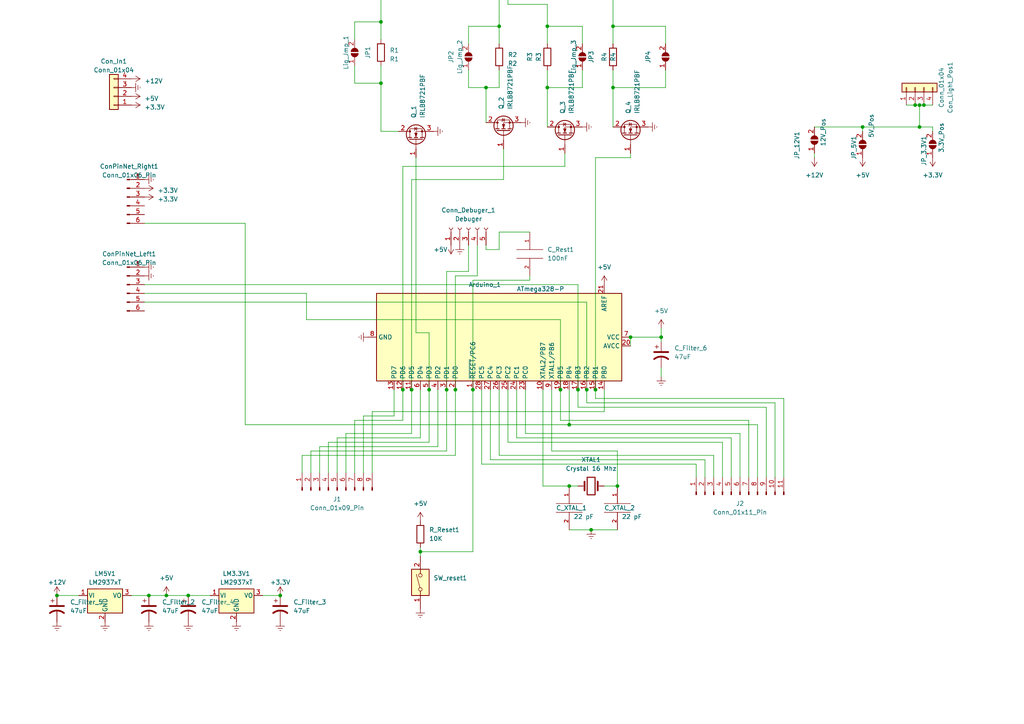
<source format=kicad_sch>
(kicad_sch (version 20230121) (generator eeschema)
  (paper "A4")
  (lib_symbols
    (symbol "Connector:Conn_01x05_Female" (pin_names (offset 1.016) hide)
      (property "Reference" "J" (at 0 7.62 0))
      (property "Value" "Conn_01x05_Female" (at 0 -7.62 0))
      (symbol "Conn_01x05_Female_1_1"
        (arc (start 0 -4.572) (mid -0.5058 -5.08) (end 0 -5.588) (stroke (width 0.1524)))
        (arc (start 0 -2.032) (mid -0.5058 -2.54) (end 0 -3.048) (stroke (width 0.1524)))
        (polyline (pts (xy -1.27 -5.08) (xy -0.508 -5.08)) (stroke (width 0.1524)))
        (polyline (pts (xy -1.27 -2.54) (xy -0.508 -2.54)) (stroke (width 0.1524)))
        (polyline (pts (xy -1.27 0) (xy -0.508 0)) (stroke (width 0.1524)))
        (polyline (pts (xy -1.27 2.54) (xy -0.508 2.54)) (stroke (width 0.1524)))
        (polyline (pts (xy -1.27 5.08) (xy -0.508 5.08)) (stroke (width 0.1524)))
        (arc (start 0 0.508) (mid -0.5058 0) (end 0 -0.508) (stroke (width 0.1524)))
        (arc (start 0 3.048) (mid -0.5058 2.54) (end 0 2.032) (stroke (width 0.1524)))
        (arc (start 0 5.588) (mid -0.5058 5.08) (end 0 4.572) (stroke (width 0.1524)))
        (pin passive line (at -5.08 5.08 0) (length 3.81) (name "Pin_1") (number "1"))
        (pin passive line (at -5.08 2.54 0) (length 3.81) (name "Pin_2") (number "2"))
        (pin passive line (at -5.08 0 0) (length 3.81) (name "Pin_3") (number "3"))
        (pin passive line (at -5.08 -2.54 0) (length 3.81) (name "Pin_4") (number "4"))
        (pin passive line (at -5.08 -5.08 0) (length 3.81) (name "Pin_5") (number "5"))
      )
    )
    (symbol "Connector:Conn_01x06_Pin" (pin_names (offset 1.016) hide)
      (property "Reference" "J" (at 0 7.62 0))
      (property "Value" "Conn_01x06_Pin" (at 0 -10.16 0))
      (symbol "Conn_01x06_Pin_1_1"
        (polyline (pts (xy 1.27 -7.62) (xy 0.8636 -7.62)) (stroke (width 0.1524)))
        (polyline (pts (xy 1.27 -5.08) (xy 0.8636 -5.08)) (stroke (width 0.1524)))
        (polyline (pts (xy 1.27 -2.54) (xy 0.8636 -2.54)) (stroke (width 0.1524)))
        (polyline (pts (xy 1.27 0) (xy 0.8636 0)) (stroke (width 0.1524)))
        (polyline (pts (xy 1.27 2.54) (xy 0.8636 2.54)) (stroke (width 0.1524)))
        (polyline (pts (xy 1.27 5.08) (xy 0.8636 5.08)) (stroke (width 0.1524)))
        (rectangle (start 0.8636 -7.493) (end 0 -7.747) (stroke (width 0.1524)) (fill (type outline)))
        (rectangle (start 0.8636 -4.953) (end 0 -5.207) (stroke (width 0.1524)) (fill (type outline)))
        (rectangle (start 0.8636 -2.413) (end 0 -2.667) (stroke (width 0.1524)) (fill (type outline)))
        (rectangle (start 0.8636 0.127) (end 0 -0.127) (stroke (width 0.1524)) (fill (type outline)))
        (rectangle (start 0.8636 2.667) (end 0 2.413) (stroke (width 0.1524)) (fill (type outline)))
        (rectangle (start 0.8636 5.207) (end 0 4.953) (stroke (width 0.1524)) (fill (type outline)))
        (pin passive line (at 5.08 5.08 180) (length 3.81) (name "Pin_1") (number "1"))
        (pin passive line (at 5.08 2.54 180) (length 3.81) (name "Pin_2") (number "2"))
        (pin passive line (at 5.08 0 180) (length 3.81) (name "Pin_3") (number "3"))
        (pin passive line (at 5.08 -2.54 180) (length 3.81) (name "Pin_4") (number "4"))
        (pin passive line (at 5.08 -5.08 180) (length 3.81) (name "Pin_5") (number "5"))
        (pin passive line (at 5.08 -7.62 180) (length 3.81) (name "Pin_6") (number "6"))
      )
    )
    (symbol "Connector:Conn_01x09_Pin" (pin_names (offset 1.016) hide)
      (property "Reference" "J" (at 0 12.7 0))
      (property "Value" "Conn_01x09_Pin" (at 0 -12.7 0))
      (symbol "Conn_01x09_Pin_1_1"
        (polyline (pts (xy 1.27 -10.16) (xy 0.8636 -10.16)) (stroke (width 0.1524)))
        (polyline (pts (xy 1.27 -7.62) (xy 0.8636 -7.62)) (stroke (width 0.1524)))
        (polyline (pts (xy 1.27 -5.08) (xy 0.8636 -5.08)) (stroke (width 0.1524)))
        (polyline (pts (xy 1.27 -2.54) (xy 0.8636 -2.54)) (stroke (width 0.1524)))
        (polyline (pts (xy 1.27 0) (xy 0.8636 0)) (stroke (width 0.1524)))
        (polyline (pts (xy 1.27 2.54) (xy 0.8636 2.54)) (stroke (width 0.1524)))
        (polyline (pts (xy 1.27 5.08) (xy 0.8636 5.08)) (stroke (width 0.1524)))
        (polyline (pts (xy 1.27 7.62) (xy 0.8636 7.62)) (stroke (width 0.1524)))
        (polyline (pts (xy 1.27 10.16) (xy 0.8636 10.16)) (stroke (width 0.1524)))
        (rectangle (start 0.8636 -10.033) (end 0 -10.287) (stroke (width 0.1524)) (fill (type outline)))
        (rectangle (start 0.8636 -7.493) (end 0 -7.747) (stroke (width 0.1524)) (fill (type outline)))
        (rectangle (start 0.8636 -4.953) (end 0 -5.207) (stroke (width 0.1524)) (fill (type outline)))
        (rectangle (start 0.8636 -2.413) (end 0 -2.667) (stroke (width 0.1524)) (fill (type outline)))
        (rectangle (start 0.8636 0.127) (end 0 -0.127) (stroke (width 0.1524)) (fill (type outline)))
        (rectangle (start 0.8636 2.667) (end 0 2.413) (stroke (width 0.1524)) (fill (type outline)))
        (rectangle (start 0.8636 5.207) (end 0 4.953) (stroke (width 0.1524)) (fill (type outline)))
        (rectangle (start 0.8636 7.747) (end 0 7.493) (stroke (width 0.1524)) (fill (type outline)))
        (rectangle (start 0.8636 10.287) (end 0 10.033) (stroke (width 0.1524)) (fill (type outline)))
        (pin passive line (at 5.08 10.16 180) (length 3.81) (name "Pin_1") (number "1"))
        (pin passive line (at 5.08 7.62 180) (length 3.81) (name "Pin_2") (number "2"))
        (pin passive line (at 5.08 5.08 180) (length 3.81) (name "Pin_3") (number "3"))
        (pin passive line (at 5.08 2.54 180) (length 3.81) (name "Pin_4") (number "4"))
        (pin passive line (at 5.08 0 180) (length 3.81) (name "Pin_5") (number "5"))
        (pin passive line (at 5.08 -2.54 180) (length 3.81) (name "Pin_6") (number "6"))
        (pin passive line (at 5.08 -5.08 180) (length 3.81) (name "Pin_7") (number "7"))
        (pin passive line (at 5.08 -7.62 180) (length 3.81) (name "Pin_8") (number "8"))
        (pin passive line (at 5.08 -10.16 180) (length 3.81) (name "Pin_9") (number "9"))
      )
    )
    (symbol "Connector:Conn_01x11_Pin" (pin_names (offset 1.016) hide)
      (property "Reference" "J" (at 0 15.24 0))
      (property "Value" "Conn_01x11_Pin" (at 0 -15.24 0))
      (symbol "Conn_01x11_Pin_1_1"
        (polyline (pts (xy 1.27 -12.7) (xy 0.8636 -12.7)) (stroke (width 0.1524)))
        (polyline (pts (xy 1.27 -10.16) (xy 0.8636 -10.16)) (stroke (width 0.1524)))
        (polyline (pts (xy 1.27 -7.62) (xy 0.8636 -7.62)) (stroke (width 0.1524)))
        (polyline (pts (xy 1.27 -5.08) (xy 0.8636 -5.08)) (stroke (width 0.1524)))
        (polyline (pts (xy 1.27 -2.54) (xy 0.8636 -2.54)) (stroke (width 0.1524)))
        (polyline (pts (xy 1.27 0) (xy 0.8636 0)) (stroke (width 0.1524)))
        (polyline (pts (xy 1.27 2.54) (xy 0.8636 2.54)) (stroke (width 0.1524)))
        (polyline (pts (xy 1.27 5.08) (xy 0.8636 5.08)) (stroke (width 0.1524)))
        (polyline (pts (xy 1.27 7.62) (xy 0.8636 7.62)) (stroke (width 0.1524)))
        (polyline (pts (xy 1.27 10.16) (xy 0.8636 10.16)) (stroke (width 0.1524)))
        (polyline (pts (xy 1.27 12.7) (xy 0.8636 12.7)) (stroke (width 0.1524)))
        (rectangle (start 0.8636 -12.573) (end 0 -12.827) (stroke (width 0.1524)) (fill (type outline)))
        (rectangle (start 0.8636 -10.033) (end 0 -10.287) (stroke (width 0.1524)) (fill (type outline)))
        (rectangle (start 0.8636 -7.493) (end 0 -7.747) (stroke (width 0.1524)) (fill (type outline)))
        (rectangle (start 0.8636 -4.953) (end 0 -5.207) (stroke (width 0.1524)) (fill (type outline)))
        (rectangle (start 0.8636 -2.413) (end 0 -2.667) (stroke (width 0.1524)) (fill (type outline)))
        (rectangle (start 0.8636 0.127) (end 0 -0.127) (stroke (width 0.1524)) (fill (type outline)))
        (rectangle (start 0.8636 2.667) (end 0 2.413) (stroke (width 0.1524)) (fill (type outline)))
        (rectangle (start 0.8636 5.207) (end 0 4.953) (stroke (width 0.1524)) (fill (type outline)))
        (rectangle (start 0.8636 7.747) (end 0 7.493) (stroke (width 0.1524)) (fill (type outline)))
        (rectangle (start 0.8636 10.287) (end 0 10.033) (stroke (width 0.1524)) (fill (type outline)))
        (rectangle (start 0.8636 12.827) (end 0 12.573) (stroke (width 0.1524)) (fill (type outline)))
        (pin passive line (at 5.08 12.7 180) (length 3.81) (name "Pin_1") (number "1"))
        (pin passive line (at 5.08 -10.16 180) (length 3.81) (name "Pin_10") (number "10"))
        (pin passive line (at 5.08 -12.7 180) (length 3.81) (name "Pin_11") (number "11"))
        (pin passive line (at 5.08 10.16 180) (length 3.81) (name "Pin_2") (number "2"))
        (pin passive line (at 5.08 7.62 180) (length 3.81) (name "Pin_3") (number "3"))
        (pin passive line (at 5.08 5.08 180) (length 3.81) (name "Pin_4") (number "4"))
        (pin passive line (at 5.08 2.54 180) (length 3.81) (name "Pin_5") (number "5"))
        (pin passive line (at 5.08 0 180) (length 3.81) (name "Pin_6") (number "6"))
        (pin passive line (at 5.08 -2.54 180) (length 3.81) (name "Pin_7") (number "7"))
        (pin passive line (at 5.08 -5.08 180) (length 3.81) (name "Pin_8") (number "8"))
        (pin passive line (at 5.08 -7.62 180) (length 3.81) (name "Pin_9") (number "9"))
      )
    )
    (symbol "Connector_Generic:Conn_01x04" (pin_names (offset 1.016) hide)
      (property "Reference" "J" (at 0 5.08 0))
      (property "Value" "Conn_01x04" (at 0 -7.62 0))
      (symbol "Conn_01x04_1_1"
        (rectangle (start -1.27 -4.953) (end 0 -5.207) (stroke (width 0.1524)))
        (rectangle (start -1.27 -2.413) (end 0 -2.667) (stroke (width 0.1524)))
        (rectangle (start -1.27 0.127) (end 0 -0.127) (stroke (width 0.1524)))
        (rectangle (start -1.27 2.667) (end 0 2.413) (stroke (width 0.1524)))
        (rectangle (start -1.27 3.81) (end 1.27 -6.35) (stroke (width 0.254)) (fill (type background)))
        (pin passive line (at -5.08 2.54 0) (length 3.81) (name "Pin_1") (number "1"))
        (pin passive line (at -5.08 0 0) (length 3.81) (name "Pin_2") (number "2"))
        (pin passive line (at -5.08 -2.54 0) (length 3.81) (name "Pin_3") (number "3"))
        (pin passive line (at -5.08 -5.08 0) (length 3.81) (name "Pin_4") (number "4"))
      )
    )
    (symbol "Device:C_Polarized_US" (pin_numbers hide) (pin_names (offset 0.254) hide)
      (property "Reference" "C" (at 0.635 2.54 0))
      (property "Value" "C_Polarized_US" (at 0.635 -2.54 0))
      (symbol "C_Polarized_US_0_1"
        (polyline (pts (xy -2.032 0.762) (xy 2.032 0.762)) (stroke (width 0.508)))
        (polyline (pts (xy -1.778 2.286) (xy -0.762 2.286)))
        (polyline (pts (xy -1.27 1.778) (xy -1.27 2.794)))
        (arc (start 2.032 -1.27) (mid 0 -0.5572) (end -2.032 -1.27) (stroke (width 0.508)))
      )
      (symbol "C_Polarized_US_1_1"
        (pin passive line (at 0 3.81 270) (length 2.794) (name "~") (number "1"))
        (pin passive line (at 0 -3.81 90) (length 3.302) (name "~") (number "2"))
      )
    )
    (symbol "Device:Crystal" (pin_numbers hide) (pin_names (offset 1.016) hide)
      (property "Reference" "Y" (at 0 3.81 0))
      (property "Value" "Crystal" (at 0 -3.81 0))
      (symbol "Crystal_0_1"
        (rectangle (start -1.143 2.54) (end 1.143 -2.54) (stroke (width 0.3048)))
        (polyline (pts (xy -2.54 0) (xy -1.905 0)))
        (polyline (pts (xy -1.905 -1.27) (xy -1.905 1.27)) (stroke (width 0.508)))
        (polyline (pts (xy 1.905 -1.27) (xy 1.905 1.27)) (stroke (width 0.508)))
        (polyline (pts (xy 2.54 0) (xy 1.905 0)))
      )
      (symbol "Crystal_1_1"
        (pin passive line (at -3.81 0 0) (length 1.27) (name "1") (number "1"))
        (pin passive line (at 3.81 0 180) (length 1.27) (name "2") (number "2"))
      )
    )
    (symbol "Device:R" (pin_numbers hide) (pin_names (offset 0))
      (property "Reference" "R" (at 2.032 0 90))
      (property "Value" "R" (at 0 0 90))
      (symbol "R_0_1"
        (rectangle (start -1.016 -2.54) (end 1.016 2.54) (stroke (width 0.254)))
      )
      (symbol "R_1_1"
        (pin passive line (at 0 3.81 270) (length 1.27) (name "~") (number "1"))
        (pin passive line (at 0 -3.81 90) (length 1.27) (name "~") (number "2"))
      )
    )
    (symbol "Jumper:SolderJumper_2_Open" (pin_names (offset 0) hide)
      (property "Reference" "JP" (at 0 2.032 0))
      (property "Value" "SolderJumper_2_Open" (at 0 -2.54 0))
      (symbol "SolderJumper_2_Open_0_1"
        (arc (start -0.254 1.016) (mid -1.2656 0) (end -0.254 -1.016))
        (arc (start -0.254 1.016) (mid -1.2656 0) (end -0.254 -1.016) (fill (type outline)))
        (polyline (pts (xy -0.254 1.016) (xy -0.254 -1.016)))
        (polyline (pts (xy 0.254 1.016) (xy 0.254 -1.016)))
        (arc (start 0.254 -1.016) (mid 1.2656 0) (end 0.254 1.016))
        (arc (start 0.254 -1.016) (mid 1.2656 0) (end 0.254 1.016) (fill (type outline)))
      )
      (symbol "SolderJumper_2_Open_1_1"
        (pin passive line (at -3.81 0 0) (length 2.54) (name "A") (number "1"))
        (pin passive line (at 3.81 0 180) (length 2.54) (name "B") (number "2"))
      )
    )
    (symbol "MCU_Microchip_ATmega:ATmega328-P"
      (property "Reference" "U" (at -12.7 36.83 0))
      (property "Value" "ATmega328-P" (at 2.54 -36.83 0))
      (symbol "ATmega328-P_0_1"
        (rectangle (start -12.7 -35.56) (end 12.7 35.56) (stroke (width 0.254)) (fill (type background)))
      )
      (symbol "ATmega328-P_1_1"
        (pin bidirectional line (at 15.24 -7.62 180) (length 2.54) (name "~{RESET}/PC6") (number "1"))
        (pin bidirectional line (at 15.24 12.7 180) (length 2.54) (name "XTAL2/PB7") (number "10"))
        (pin bidirectional line (at 15.24 -25.4 180) (length 2.54) (name "PD5") (number "11"))
        (pin bidirectional line (at 15.24 -27.94 180) (length 2.54) (name "PD6") (number "12"))
        (pin bidirectional line (at 15.24 -30.48 180) (length 2.54) (name "PD7") (number "13"))
        (pin bidirectional line (at 15.24 30.48 180) (length 2.54) (name "PB0") (number "14"))
        (pin bidirectional line (at 15.24 27.94 180) (length 2.54) (name "PB1") (number "15"))
        (pin bidirectional line (at 15.24 25.4 180) (length 2.54) (name "PB2") (number "16"))
        (pin bidirectional line (at 15.24 22.86 180) (length 2.54) (name "PB3") (number "17"))
        (pin bidirectional line (at 15.24 20.32 180) (length 2.54) (name "PB4") (number "18"))
        (pin bidirectional line (at 15.24 17.78 180) (length 2.54) (name "PB5") (number "19"))
        (pin bidirectional line (at 15.24 -12.7 180) (length 2.54) (name "PD0") (number "2"))
        (pin power_in line (at 2.54 38.1 270) (length 2.54) (name "AVCC") (number "20"))
        (pin passive line (at -15.24 30.48 0) (length 2.54) (name "AREF") (number "21"))
        (pin passive line (at 0 -38.1 90) (length 2.54) hide (name "GND") (number "22"))
        (pin bidirectional line (at 15.24 7.62 180) (length 2.54) (name "PC0") (number "23"))
        (pin bidirectional line (at 15.24 5.08 180) (length 2.54) (name "PC1") (number "24"))
        (pin bidirectional line (at 15.24 2.54 180) (length 2.54) (name "PC2") (number "25"))
        (pin bidirectional line (at 15.24 0 180) (length 2.54) (name "PC3") (number "26"))
        (pin bidirectional line (at 15.24 -2.54 180) (length 2.54) (name "PC4") (number "27"))
        (pin bidirectional line (at 15.24 -5.08 180) (length 2.54) (name "PC5") (number "28"))
        (pin bidirectional line (at 15.24 -15.24 180) (length 2.54) (name "PD1") (number "3"))
        (pin bidirectional line (at 15.24 -17.78 180) (length 2.54) (name "PD2") (number "4"))
        (pin bidirectional line (at 15.24 -20.32 180) (length 2.54) (name "PD3") (number "5"))
        (pin bidirectional line (at 15.24 -22.86 180) (length 2.54) (name "PD4") (number "6"))
        (pin power_in line (at 0 38.1 270) (length 2.54) (name "VCC") (number "7"))
        (pin power_in line (at 0 -38.1 90) (length 2.54) (name "GND") (number "8"))
        (pin bidirectional line (at 15.24 15.24 180) (length 2.54) (name "XTAL1/PB6") (number "9"))
      )
    )
    (symbol "Regulator_Linear:LM2937xT" (pin_names (offset 0.254))
      (property "Reference" "U" (at -3.81 3.175 0))
      (property "Value" "LM2937xT" (at 0 3.175 0))
      (symbol "LM2937xT_0_1"
        (rectangle (start -5.08 1.905) (end 5.08 -5.08) (stroke (width 0.254)) (fill (type background)))
      )
      (symbol "LM2937xT_1_1"
        (pin power_in line (at -7.62 0 0) (length 2.54) (name "VI") (number "1"))
        (pin power_in line (at 0 -7.62 90) (length 2.54) (name "GND") (number "2"))
        (pin power_out line (at 7.62 0 180) (length 2.54) (name "VO") (number "3"))
      )
    )
    (symbol "Switch:SW_DIP_x01" (pin_names (offset 0) hide)
      (property "Reference" "SW" (at 0 3.81 0))
      (property "Value" "SW_DIP_x01" (at 0 -3.81 0))
      (symbol "SW_DIP_x01_0_0"
        (circle (center -2.032 0) (radius 0.508))
        (polyline (pts (xy -1.524 0.127) (xy 2.3622 1.1684)))
        (circle (center 2.032 0) (radius 0.508))
      )
      (symbol "SW_DIP_x01_0_1"
        (rectangle (start -3.81 2.54) (end 3.81 -2.54) (stroke (width 0.254)) (fill (type background)))
      )
      (symbol "SW_DIP_x01_1_1"
        (pin passive line (at -7.62 0 0) (length 5.08) (name "~") (number "1"))
        (pin passive line (at 7.62 0 180) (length 5.08) (name "~") (number "2"))
      )
    )
    (symbol "Transistor_FET:IRLB8721PBF" (pin_names hide)
      (property "Reference" "Q" (at 6.35 1.905 0))
      (property "Value" "IRLB8721PBF" (at 6.35 0 0))
      (symbol "IRLB8721PBF_0_1"
        (polyline (pts (xy 0.254 0) (xy -2.54 0)))
        (polyline (pts (xy 0.254 1.905) (xy 0.254 -1.905)) (stroke (width 0.254)))
        (polyline (pts (xy 0.762 -1.27) (xy 0.762 -2.286)) (stroke (width 0.254)))
        (polyline (pts (xy 0.762 0.508) (xy 0.762 -0.508)) (stroke (width 0.254)))
        (polyline (pts (xy 0.762 2.286) (xy 0.762 1.27)) (stroke (width 0.254)))
        (polyline (pts (xy 2.54 2.54) (xy 2.54 1.778)))
        (polyline (pts (xy 2.54 -2.54) (xy 2.54 0) (xy 0.762 0)))
        (polyline (pts (xy 0.762 -1.778) (xy 3.302 -1.778) (xy 3.302 1.778) (xy 0.762 1.778)))
        (polyline (pts (xy 1.016 0) (xy 2.032 0.381) (xy 2.032 -0.381) (xy 1.016 0)) (fill (type outline)))
        (polyline (pts (xy 2.794 0.508) (xy 2.921 0.381) (xy 3.683 0.381) (xy 3.81 0.254)))
        (polyline (pts (xy 3.302 0.381) (xy 2.921 -0.254) (xy 3.683 -0.254) (xy 3.302 0.381)))
        (circle (center 1.651 0) (radius 2.794) (stroke (width 0.254)))
        (circle (center 2.54 -1.778) (radius 0.254) (fill (type outline)))
        (circle (center 2.54 1.778) (radius 0.254) (fill (type outline)))
      )
      (symbol "IRLB8721PBF_1_1"
        (pin input line (at -5.08 0 0) (length 2.54) (name "G") (number "1"))
        (pin passive line (at 2.54 5.08 270) (length 2.54) (name "D") (number "2"))
        (pin passive line (at 2.54 -5.08 90) (length 2.54) (name "S") (number "3"))
      )
    )
    (symbol "power:+12V" (power) (pin_names (offset 0))
      (property "Value" "+12V" (at 0 3.556 0))
      (symbol "+12V_0_1"
        (polyline (pts (xy -0.762 1.27) (xy 0 2.54)))
        (polyline (pts (xy 0 0) (xy 0 2.54)))
        (polyline (pts (xy 0 2.54) (xy 0.762 1.27)))
      )
      (symbol "+12V_1_1"
        (pin power_in line (at 0 0 90) (length 0) hide (name "+12V") (number "1"))
      )
    )
    (symbol "power:+3.3V" (power) (pin_names (offset 0))
      (property "Value" "+3.3V" (at 0 3.556 0))
      (symbol "+3.3V_0_1"
        (polyline (pts (xy -0.762 1.27) (xy 0 2.54)))
        (polyline (pts (xy 0 0) (xy 0 2.54)))
        (polyline (pts (xy 0 2.54) (xy 0.762 1.27)))
      )
      (symbol "+3.3V_1_1"
        (pin power_in line (at 0 0 90) (length 0) hide (name "+3.3V") (number "1"))
      )
    )
    (symbol "power:+5V" (power) (pin_names (offset 0))
      (property "Value" "+5V" (at 0 3.556 0))
      (symbol "+5V_0_1"
        (polyline (pts (xy -0.762 1.27) (xy 0 2.54)))
        (polyline (pts (xy 0 0) (xy 0 2.54)))
        (polyline (pts (xy 0 2.54) (xy 0.762 1.27)))
      )
      (symbol "+5V_1_1"
        (pin power_in line (at 0 0 90) (length 0) hide (name "+5V") (number "1"))
      )
    )
    (symbol "power:Earth" (power) (pin_names (offset 0))
      (symbol "Earth_0_1"
        (polyline (pts (xy -0.635 -1.905) (xy 0.635 -1.905)))
        (polyline (pts (xy -0.127 -2.54) (xy 0.127 -2.54)))
        (polyline (pts (xy 0 -1.27) (xy 0 0)))
        (polyline (pts (xy 1.27 -1.27) (xy -1.27 -1.27)))
      )
      (symbol "Earth_1_1"
        (pin power_in line (at 0 0 270) (length 0) hide (name "Earth") (number "1"))
      )
    )
    (symbol "pspice:C" (pin_names (offset 0.254))
      (property "Reference" "C" (at 2.54 3.81 90))
      (property "Value" "C" (at 2.54 -3.81 90))
      (symbol "C_0_1"
        (polyline (pts (xy -3.81 -1.27) (xy 3.81 -1.27)))
        (polyline (pts (xy -3.81 1.27) (xy 3.81 1.27)))
      )
      (symbol "C_1_1"
        (pin passive line (at 0 6.35 270) (length 5.08) (name "~") (number "1"))
        (pin passive line (at 0 -6.35 90) (length 5.08) (name "~") (number "2"))
      )
    )
    (symbol "pspice:CAP" (pin_names (offset 0.254))
      (property "Reference" "C" (at 2.54 3.81 90))
      (property "Value" "CAP" (at 2.54 -3.81 90))
      (symbol "CAP_0_1"
        (polyline (pts (xy -3.81 -1.27) (xy 3.81 -1.27)))
        (polyline (pts (xy -3.81 1.27) (xy 3.81 1.27)))
      )
      (symbol "CAP_1_1"
        (pin passive line (at 0 6.35 270) (length 5.08) (name "~") (number "1"))
        (pin passive line (at 0 -6.35 90) (length 5.08) (name "~") (number "2"))
      )
    )
  )
  (junction (at 81.28 172.72))
  (junction (at 250.19 36.83))
  (junction (at 177.8 7.62))
  (junction (at 132.08 113.03))
  (junction (at 162.56 113.03))
  (junction (at 43.18 172.72))
  (junction (at 165.1 123.19))
  (junction (at 165.1 140.97))
  (junction (at 121.92 160.02))
  (junction (at 170.18 113.03))
  (junction (at 179.07 140.97))
  (junction (at 140.97 25.4))
  (junction (at 172.72 113.03))
  (junction (at 119.38 113.03))
  (junction (at 129.54 113.03))
  (junction (at 171.45 153.67))
  (junction (at 116.84 113.03))
  (junction (at 144.78 7.62))
  (junction (at 158.75 7.62))
  (junction (at 54.61 172.72))
  (junction (at 266.7 30.48))
  (junction (at 16.51 172.72))
  (junction (at 158.75 25.4))
  (junction (at 182.88 97.79))
  (junction (at 124.46 113.03))
  (junction (at 110.49 24.13))
  (junction (at 48.26 172.72))
  (junction (at 191.77 97.79))
  (junction (at 265.43 30.48))
  (junction (at 167.64 113.03))
  (junction (at 177.8 25.4))
  (junction (at 266.7 36.83))
  (junction (at 137.16 113.03))
  (junction (at 110.49 6.35))
  (junction (at 267.97 30.48))
  (wire (pts (xy 142.24 133.35) (xy 204.47 133.35)))
  (wire (pts (xy 157.48 140.97) (xy 165.1 140.97)))
  (wire (pts (xy 177.8 7.62) (xy 193.04 7.62)))
  (wire (pts (xy 132.08 80.01) (xy 138.43 80.01)))
  (wire (pts (xy 144.78 132.08) (xy 207.01 132.08)))
  (wire (pts (xy 179.07 130.81) (xy 179.07 140.97)))
  (wire (pts (xy 147.32 1.27) (xy 147.32 -2.54)))
  (wire (pts (xy 97.79 137.16) (xy 97.79 127)))
  (wire (pts (xy 90.17 137.16) (xy 90.17 130.81)))
  (wire (pts (xy 152.4 113.03) (xy 152.4 125.73)))
  (wire (pts (xy 87.63 137.16) (xy 87.63 132.08)))
  (wire (pts (xy 177.8 36.83) (xy 177.8 25.4)))
  (wire (pts (xy 87.63 132.08) (xy 132.08 132.08)))
  (wire (pts (xy 100.33 125.73) (xy 119.38 125.73)))
  (wire (pts (xy 170.18 113.03) (xy 170.18 116.84)))
  (wire (pts (xy 144.78 7.62) (xy 144.78 -2.54)))
  (wire (pts (xy 182.88 97.79) (xy 182.88 100.33)))
  (wire (pts (xy 175.26 119.38) (xy 175.26 113.03)))
  (wire (pts (xy 110.49 38.1) (xy 110.49 24.13)))
  (wire (pts (xy 267.97 30.48) (xy 270.51 30.48)))
  (wire (pts (xy 142.24 113.03) (xy 142.24 133.35)))
  (wire (pts (xy 110.49 11.43) (xy 110.49 6.35)))
  (wire (pts (xy 144.78 25.4) (xy 144.78 20.32)))
  (wire (pts (xy 41.91 87.63) (xy 170.18 87.63)))
  (wire (pts (xy 95.25 128.27) (xy 124.46 128.27)))
  (wire (pts (xy 38.1 172.72) (xy 43.18 172.72)))
  (wire (pts (xy 236.22 36.83) (xy 250.19 36.83)))
  (wire (pts (xy 138.43 80.01) (xy 138.43 71.12)))
  (wire (pts (xy 132.08 132.08) (xy 132.08 113.03)))
  (wire (pts (xy 110.49 6.35) (xy 110.49 -2.54)))
  (wire (pts (xy 167.64 118.11) (xy 222.25 118.11)))
  (wire (pts (xy 110.49 24.13) (xy 110.49 19.05)))
  (wire (pts (xy 250.19 36.83) (xy 250.19 38.1)))
  (wire (pts (xy 119.38 113.03) (xy 119.38 52.07)))
  (wire (pts (xy 262.89 30.48) (xy 265.43 30.48)))
  (wire (pts (xy 41.91 85.09) (xy 88.9 85.09)))
  (wire (pts (xy 147.32 128.27) (xy 209.55 128.27)))
  (wire (pts (xy 212.09 127) (xy 212.09 138.43)))
  (wire (pts (xy 170.18 116.84) (xy 224.79 116.84)))
  (wire (pts (xy 92.71 129.54) (xy 127 129.54)))
  (wire (pts (xy 191.77 106.68) (xy 191.77 109.22)))
  (wire (pts (xy 168.91 25.4) (xy 168.91 20.32)))
  (wire (pts (xy 201.93 134.62) (xy 201.93 138.43)))
  (wire (pts (xy 163.83 44.45) (xy 163.83 48.26)))
  (wire (pts (xy 48.26 172.72) (xy 54.61 172.72)))
  (wire (pts (xy 135.89 78.74) (xy 135.89 71.12)))
  (wire (pts (xy 266.7 30.48) (xy 267.97 30.48)))
  (wire (pts (xy 105.41 120.65) (xy 114.3 120.65)))
  (wire (pts (xy 110.49 -2.54) (xy 142.24 -2.54)))
  (wire (pts (xy 135.89 25.4) (xy 135.89 20.32)))
  (wire (pts (xy 158.75 12.7) (xy 158.75 7.62)))
  (wire (pts (xy 227.33 115.57) (xy 172.72 115.57)))
  (wire (pts (xy 137.16 113.03) (xy 137.16 81.28)))
  (wire (pts (xy 16.51 172.72) (xy 22.86 172.72)))
  (wire (pts (xy 105.41 137.16) (xy 105.41 120.65)))
  (wire (pts (xy 76.2 172.72) (xy 81.28 172.72)))
  (wire (pts (xy 266.7 30.48) (xy 266.7 36.83)))
  (wire (pts (xy 119.38 113.03) (xy 119.38 125.73)))
  (wire (pts (xy 129.54 78.74) (xy 135.89 78.74)))
  (wire (pts (xy 110.49 24.13) (xy 102.87 24.13)))
  (wire (pts (xy 144.78 113.03) (xy 144.78 132.08)))
  (wire (pts (xy 165.1 123.19) (xy 71.12 123.19)))
  (wire (pts (xy 167.64 113.03) (xy 167.64 118.11)))
  (wire (pts (xy 116.84 121.92) (xy 116.84 113.03)))
  (wire (pts (xy 97.79 127) (xy 121.92 127)))
  (wire (pts (xy 135.89 25.4) (xy 140.97 25.4)))
  (wire (pts (xy 165.1 113.03) (xy 165.1 123.19)))
  (wire (pts (xy 90.17 130.81) (xy 129.54 130.81)))
  (wire (pts (xy 219.71 123.19) (xy 219.71 138.43)))
  (wire (pts (xy 135.89 12.7) (xy 135.89 7.62)))
  (wire (pts (xy 114.3 120.65) (xy 114.3 113.03)))
  (wire (pts (xy 158.75 36.83) (xy 158.75 25.4)))
  (wire (pts (xy 140.97 35.56) (xy 140.97 25.4)))
  (wire (pts (xy 193.04 12.7) (xy 193.04 7.62)))
  (wire (pts (xy 177.8 12.7) (xy 177.8 7.62)))
  (wire (pts (xy 121.92 160.02) (xy 121.92 161.29)))
  (wire (pts (xy 170.18 87.63) (xy 170.18 113.03)))
  (wire (pts (xy 121.92 158.75) (xy 121.92 160.02)))
  (wire (pts (xy 193.04 20.32) (xy 193.04 25.4)))
  (wire (pts (xy 168.91 7.62) (xy 158.75 7.62)))
  (wire (pts (xy 172.72 115.57) (xy 172.72 113.03)))
  (wire (pts (xy 165.1 140.97) (xy 167.64 140.97)))
  (wire (pts (xy 236.22 44.45) (xy 236.22 45.72)))
  (wire (pts (xy 224.79 116.84) (xy 224.79 138.43)))
  (wire (pts (xy 209.55 128.27) (xy 209.55 138.43)))
  (wire (pts (xy 144.78 67.31) (xy 144.78 72.39)))
  (wire (pts (xy 152.4 125.73) (xy 214.63 125.73)))
  (wire (pts (xy 149.86 113.03) (xy 149.86 127)))
  (wire (pts (xy 119.38 52.07) (xy 146.05 52.07)))
  (wire (pts (xy 158.75 25.4) (xy 158.75 20.32)))
  (wire (pts (xy 214.63 125.73) (xy 214.63 138.43)))
  (wire (pts (xy 120.65 96.52) (xy 124.46 96.52)))
  (wire (pts (xy 88.9 85.09) (xy 88.9 92.71)))
  (wire (pts (xy 107.95 137.16) (xy 107.95 119.38)))
  (wire (pts (xy 71.12 64.77) (xy 41.91 64.77)))
  (wire (pts (xy 102.87 24.13) (xy 102.87 19.05)))
  (wire (pts (xy 182.88 45.72) (xy 182.88 44.45)))
  (wire (pts (xy 116.84 48.26) (xy 163.83 48.26)))
  (wire (pts (xy 92.71 137.16) (xy 92.71 129.54)))
  (wire (pts (xy 207.01 132.08) (xy 207.01 138.43)))
  (wire (pts (xy 135.89 7.62) (xy 144.78 7.62)))
  (wire (pts (xy 171.45 153.67) (xy 179.07 153.67)))
  (wire (pts (xy 140.97 72.39) (xy 140.97 71.12)))
  (wire (pts (xy 222.25 118.11) (xy 222.25 138.43)))
  (wire (pts (xy 158.75 1.27) (xy 147.32 1.27)))
  (wire (pts (xy 177.8 25.4) (xy 193.04 25.4)))
  (wire (pts (xy 102.87 11.43) (xy 102.87 6.35)))
  (wire (pts (xy 265.43 30.48) (xy 266.7 30.48)))
  (wire (pts (xy 107.95 119.38) (xy 175.26 119.38)))
  (wire (pts (xy 140.97 25.4) (xy 144.78 25.4)))
  (wire (pts (xy 139.7 113.03) (xy 139.7 134.62)))
  (wire (pts (xy 116.84 113.03) (xy 116.84 48.26)))
  (wire (pts (xy 165.1 123.19) (xy 219.71 123.19)))
  (wire (pts (xy 162.56 113.03) (xy 162.56 121.92)))
  (wire (pts (xy 217.17 121.92) (xy 217.17 138.43)))
  (wire (pts (xy 177.8 -2.54) (xy 149.86 -2.54)))
  (wire (pts (xy 137.16 113.03) (xy 137.16 160.02)))
  (wire (pts (xy 144.78 12.7) (xy 144.78 7.62)))
  (wire (pts (xy 95.25 137.16) (xy 95.25 128.27)))
  (wire (pts (xy 124.46 113.03) (xy 124.46 96.52)))
  (wire (pts (xy 54.61 172.72) (xy 60.96 172.72)))
  (wire (pts (xy 270.51 36.83) (xy 266.7 36.83)))
  (wire (pts (xy 120.65 45.72) (xy 120.65 96.52)))
  (wire (pts (xy 270.51 38.1) (xy 270.51 36.83)))
  (wire (pts (xy 204.47 133.35) (xy 204.47 138.43)))
  (wire (pts (xy 146.05 52.07) (xy 146.05 43.18)))
  (wire (pts (xy 137.16 160.02) (xy 121.92 160.02)))
  (wire (pts (xy 167.64 82.55) (xy 167.64 113.03)))
  (wire (pts (xy 153.67 67.31) (xy 144.78 67.31)))
  (wire (pts (xy 182.88 97.79) (xy 191.77 97.79)))
  (wire (pts (xy 160.02 130.81) (xy 179.07 130.81)))
  (wire (pts (xy 144.78 72.39) (xy 140.97 72.39)))
  (wire (pts (xy 177.8 7.62) (xy 177.8 -2.54)))
  (wire (pts (xy 71.12 123.19) (xy 71.12 64.77)))
  (wire (pts (xy 160.02 113.03) (xy 160.02 130.81)))
  (wire (pts (xy 172.72 113.03) (xy 172.72 45.72)))
  (wire (pts (xy 191.77 97.79) (xy 191.77 99.06)))
  (wire (pts (xy 121.92 113.03) (xy 121.92 127)))
  (wire (pts (xy 102.87 121.92) (xy 116.84 121.92)))
  (wire (pts (xy 162.56 121.92) (xy 217.17 121.92)))
  (wire (pts (xy 162.56 92.71) (xy 162.56 113.03)))
  (wire (pts (xy 100.33 137.16) (xy 100.33 125.73)))
  (wire (pts (xy 175.26 140.97) (xy 179.07 140.97)))
  (wire (pts (xy 158.75 7.62) (xy 158.75 1.27)))
  (wire (pts (xy 149.86 127) (xy 212.09 127)))
  (wire (pts (xy 129.54 113.03) (xy 129.54 78.74)))
  (wire (pts (xy 227.33 138.43) (xy 227.33 115.57)))
  (wire (pts (xy 127 129.54) (xy 127 113.03)))
  (wire (pts (xy 172.72 45.72) (xy 182.88 45.72)))
  (wire (pts (xy 110.49 38.1) (xy 115.57 38.1)))
  (wire (pts (xy 43.18 172.72) (xy 48.26 172.72)))
  (wire (pts (xy 177.8 25.4) (xy 177.8 20.32)))
  (wire (pts (xy 41.91 82.55) (xy 167.64 82.55)))
  (wire (pts (xy 124.46 128.27) (xy 124.46 113.03)))
  (wire (pts (xy 266.7 36.83) (xy 250.19 36.83)))
  (wire (pts (xy 157.48 113.03) (xy 157.48 140.97)))
  (wire (pts (xy 139.7 134.62) (xy 201.93 134.62)))
  (wire (pts (xy 158.75 25.4) (xy 168.91 25.4)))
  (wire (pts (xy 102.87 137.16) (xy 102.87 121.92)))
  (wire (pts (xy 88.9 92.71) (xy 162.56 92.71)))
  (wire (pts (xy 147.32 113.03) (xy 147.32 128.27)))
  (wire (pts (xy 132.08 113.03) (xy 132.08 80.01)))
  (wire (pts (xy 153.67 81.28) (xy 153.67 80.01)))
  (wire (pts (xy 129.54 130.81) (xy 129.54 113.03)))
  (wire (pts (xy 168.91 12.7) (xy 168.91 7.62)))
  (wire (pts (xy 137.16 81.28) (xy 153.67 81.28)))
  (wire (pts (xy 191.77 95.25) (xy 191.77 97.79)))
  (wire (pts (xy 165.1 153.67) (xy 171.45 153.67)))
  (wire (pts (xy 102.87 6.35) (xy 110.49 6.35)))
  (symbol (lib_id "Connector_Generic:Conn_01x04") (at 265.43 25.4 90) (unit 1)
    (property "Reference" "Con_Light_Pos1" (at 275.59 25.4 0))
    (property "Value" "Conn_01x04" (at 273.05 25.4 0))
    (property "Footprint" "Connector_Wago:Wago_734-134_1x04_P3.50mm_Vertical" (effects hide))
  )
  (symbol (lib_id "power:+3.3V") (at 41.91 57.15 270) (unit 1)
    (property "Reference" "#PWR034" (effects hide))
    (property "Value" "+3.3V" (at 45.72 57.785 90) (effects (justify left)))
  )
  (symbol (lib_id "Device:C_Polarized_US") (at 81.28 176.53 0) (unit 1)
    (property "Reference" "C_Filter_3" (at 85.09 174.6249 0) (effects (justify left)))
    (property "Value" "47uF" (at 85.09 177.1649 0) (effects (justify left)))
    (property "Footprint" "Capacitor_THT:CP_Radial_D8.0mm_P3.80mm" (effects hide))
  )
  (symbol (lib_id "power:Earth") (at 68.58 180.34 0) (unit 1)
    (property "Reference" "#PWR01" (effects hide))
    (property "Value" "Earth" (effects hide))
  )
  (symbol (lib_id "Jumper:SolderJumper_2_Open") (at 168.91 16.51 90) (unit 1)
    (property "Reference" "JP3" (at 171.45 16.51 0))
    (property "Value" "Lig_Jmp_3" (at 166.37 16.51 0))
    (property "Footprint" "Jumper:SolderJumper-2_P1.3mm_Open_Pad1.0x1.5mm" (effects hide))
  )
  (symbol (lib_id "Connector_Generic:Conn_01x04") (at 33.02 27.94 180) (unit 1)
    (property "Reference" "Con_In1" (at 33.02 17.78 0))
    (property "Value" "Conn_01x04" (at 33.02 20.32 0))
    (property "Footprint" "Connector_Wago:Wago_734-134_1x04_P3.50mm_Vertical" (effects hide))
  )
  (symbol (lib_id "power:Earth") (at 16.51 180.34 0) (unit 1)
    (property "Reference" "#PWR016" (effects hide))
    (property "Value" "Earth" (effects hide))
  )
  (symbol (lib_id "power:Earth") (at 41.91 80.01 90) (unit 1)
    (property "Reference" "#PWR033" (effects hide))
    (property "Value" "Earth" (effects hide))
  )
  (symbol (lib_id "Regulator_Linear:LM2937xT") (at 68.58 172.72 0) (unit 1)
    (property "Reference" "LM3.3V1" (at 68.58 166.37 0))
    (property "Value" "LM2937xT" (at 68.58 168.91 0))
    (property "Footprint" "Package_TO_SOT_THT:TO-220-3_Vertical" (effects hide))
    (property "Datasheet" "http://www.ti.com/lit/ds/symlink/lm2937.pdf" (effects hide))
  )
  (symbol (lib_id "Device:R") (at 121.92 154.94 0) (unit 1)
    (property "Reference" "R_Reset1" (at 124.46 153.6699 0) (effects (justify left)))
    (property "Value" "10K" (at 124.46 156.2099 0) (effects (justify left)))
    (property "Footprint" "Resistor_THT:R_Axial_DIN0207_L6.3mm_D2.5mm_P10.16mm_Horizontal" (effects hide))
  )
  (symbol (lib_id "Connector:Conn_01x06_Pin") (at 36.83 57.15 0) (unit 1)
    (property "Reference" "ConPinNet_Right1" (at 37.465 48.26 0))
    (property "Value" "Conn_01x06_Pin" (at 37.465 50.8 0))
    (property "Footprint" "Connector_JST:JST_EH_B6B-EH-A_1x06_P2.50mm_Vertical" (effects hide))
  )
  (symbol (lib_id "power:+5V") (at 130.81 71.12 180) (unit 1)
    (property "Reference" "#PWR05" (effects hide))
    (property "Value" "+5V" (at 125.73 72.39 0) (effects (justify right)))
  )
  (symbol (lib_id "power:+5V") (at 191.77 95.25 0) (unit 1)
    (property "Reference" "#PWR029" (effects hide))
    (property "Value" "+5V" (at 191.77 90.17 0))
  )
  (symbol (lib_id "Device:R") (at 110.49 15.24 180) (unit 1)
    (property "Reference" "R1" (at 113.03 14.605 0) (effects (justify right)))
    (property "Value" "R1" (at 113.03 17.145 0) (effects (justify right)))
    (property "Footprint" "Resistor_THT:R_Axial_DIN0207_L6.3mm_D2.5mm_P10.16mm_Horizontal" (effects hide))
  )
  (symbol (lib_id "power:+3.3V") (at 38.1 30.48 270) (unit 1)
    (property "Reference" "#PWR028" (effects hide))
    (property "Value" "+3.3V" (at 41.91 31.115 90) (effects (justify left)))
  )
  (symbol (lib_id "Device:R") (at 158.75 16.51 180) (unit 1)
    (property "Reference" "R3" (at 153.67 16.51 90))
    (property "Value" "R3" (at 156.21 16.51 90))
    (property "Footprint" "Resistor_THT:R_Axial_DIN0207_L6.3mm_D2.5mm_P10.16mm_Horizontal" (effects hide))
  )
  (symbol (lib_id "power:Earth") (at 38.1 25.4 90) (unit 1)
    (property "Reference" "#PWR027" (effects hide))
    (property "Value" "Earth" (effects hide))
  )
  (symbol (lib_id "MCU_Microchip_ATmega:ATmega328-P") (at 144.78 97.79 270) (unit 1)
    (property "Reference" "Arduino_1" (at 135.89 82.55 90) (effects (justify left)))
    (property "Value" "ATmega328-P" (at 149.86 83.82 90) (effects (justify left)))
    (property "Footprint" "Package_DIP:DIP-28_W7.62mm" (effects hide))
    (property "Datasheet" "http://ww1.microchip.com/downloads/en/DeviceDoc/ATmega328_P%20AVR%20MCU%20with%20picoPower%20Technology%20Data%20Sheet%2040001984A.pdf" (effects hide))
  )
  (symbol (lib_id "power:+5V") (at 175.26 82.55 0) (unit 1)
    (property "Reference" "#PWR010" (effects hide))
    (property "Value" "+5V" (at 175.26 77.47 0))
  )
  (symbol (lib_id "power:+3.3V") (at 41.91 54.61 270) (unit 1)
    (property "Reference" "#PWR032" (effects hide))
    (property "Value" "+3.3V" (at 45.72 55.245 90) (effects (justify left)))
  )
  (symbol (lib_id "Device:Crystal") (at 171.45 140.97 0) (unit 1)
    (property "Reference" "XTAL1" (at 171.45 133.35 0))
    (property "Value" "Crystal 16 Mhz" (at 171.45 135.89 0))
    (property "Footprint" "Crystal:Crystal_HC49-U_Vertical" (effects hide))
  )
  (symbol (lib_id "power:Earth") (at 30.48 180.34 0) (unit 1)
    (property "Reference" "#PWR07" (effects hide))
    (property "Value" "Earth" (effects hide))
  )
  (symbol (lib_id "Jumper:SolderJumper_2_Open") (at 102.87 15.24 90) (unit 1)
    (property "Reference" "JP1" (at 106.68 15.24 0))
    (property "Value" "Lig_Jmp_1" (at 100.33 15.24 0))
    (property "Footprint" "Jumper:SolderJumper-2_P1.3mm_Open_Pad1.0x1.5mm" (effects hide))
  )
  (symbol (lib_id "power:Earth") (at 41.91 52.07 90) (unit 1)
    (property "Reference" "#PWR031" (effects hide))
    (property "Value" "Earth" (effects hide))
  )
  (symbol (lib_id "power:Earth") (at 121.92 176.53 0) (unit 1)
    (property "Reference" "#PWR04" (effects hide))
    (property "Value" "Earth" (effects hide))
  )
  (symbol (lib_id "Device:C_Polarized_US") (at 16.51 176.53 0) (unit 1)
    (property "Reference" "C_Filter_5" (at 20.32 174.6249 0) (effects (justify left)))
    (property "Value" "47uF" (at 20.32 177.1649 0) (effects (justify left)))
    (property "Footprint" "Capacitor_THT:CP_Radial_D8.0mm_P3.80mm" (effects hide))
  )
  (symbol (lib_id "power:+12V") (at 38.1 22.86 270) (unit 1)
    (property "Reference" "#PWR026" (effects hide))
    (property "Value" "+12V" (at 41.91 23.495 90) (effects (justify left)))
  )
  (symbol (lib_id "Regulator_Linear:LM2937xT") (at 30.48 172.72 0) (unit 1)
    (property "Reference" "LM5V1" (at 30.48 166.37 0))
    (property "Value" "LM2937xT" (at 30.48 168.91 0))
    (property "Footprint" "Package_TO_SOT_THT:TO-220-3_Vertical" (effects hide))
    (property "Datasheet" "http://www.ti.com/lit/ds/symlink/lm2937.pdf" (effects hide))
  )
  (symbol (lib_id "power:Earth") (at 151.13 35.56 90) (unit 1)
    (property "Reference" "#PWR017" (effects hide))
    (property "Value" "Earth" (effects hide))
  )
  (symbol (lib_id "Jumper:SolderJumper_2_Open") (at 135.89 16.51 90) (unit 1)
    (property "Reference" "JP2" (at 130.81 16.51 0))
    (property "Value" "Lig_Jmp_2" (at 133.35 16.51 0))
    (property "Footprint" "Jumper:SolderJumper-2_P1.3mm_Open_Pad1.0x1.5mm" (effects hide))
  )
  (symbol (lib_id "power:+5V") (at 38.1 27.94 270) (unit 1)
    (property "Reference" "#PWR025" (effects hide))
    (property "Value" "+5V" (at 41.91 28.575 90) (effects (justify left)))
  )
  (symbol (lib_id "power:Earth") (at 54.61 180.34 0) (unit 1)
    (property "Reference" "#PWR014" (effects hide))
    (property "Value" "Earth" (effects hide))
  )
  (symbol (lib_id "Transistor_FET:IRLB8721PBF") (at 163.83 39.37 90) (unit 1)
    (property "Reference" "Q_3" (at 163.195 33.02 0) (effects (justify left)))
    (property "Value" "IRLB8721PBF" (at 165.735 33.02 0) (effects (justify left)))
    (property "Footprint" "Package_TO_SOT_THT:TO-220-3_Vertical" (effects hide))
    (property "Datasheet" "http://www.infineon.com/dgdl/irlb8721pbf.pdf?fileId=5546d462533600a40153566056732591" (effects hide))
  )
  (symbol (lib_id "pspice:C") (at 165.1 147.32 0) (unit 1)
    (property "Reference" "C_XTAL_1" (at 161.29 147.32 0) (effects (justify left)))
    (property "Value" "22 pF" (at 166.37 149.86 0) (effects (justify left)))
    (property "Footprint" "Capacitor_THT:C_Disc_D8.0mm_W5.0mm_P5.00mm" (effects hide))
  )
  (symbol (lib_id "Device:C_Polarized_US") (at 191.77 102.87 0) (unit 1)
    (property "Reference" "C_Filter_6" (at 195.58 100.9649 0) (effects (justify left)))
    (property "Value" "47uF" (at 195.58 103.5049 0) (effects (justify left)))
    (property "Footprint" "Capacitor_THT:CP_Radial_D8.0mm_P3.80mm" (effects hide))
  )
  (symbol (lib_id "power:+12V") (at 16.51 172.72 0) (unit 1)
    (property "Reference" "#PWR020" (effects hide))
    (property "Value" "+12V" (at 16.51 168.91 0))
  )
  (symbol (lib_id "pspice:C") (at 179.07 147.32 0) (unit 1)
    (property "Reference" "C_XTAL_2" (at 175.26 147.32 0) (effects (justify left)))
    (property "Value" "22 pF" (at 180.34 149.86 0) (effects (justify left)))
    (property "Footprint" "Capacitor_THT:C_Disc_D8.0mm_W5.0mm_P5.00mm" (effects hide))
  )
  (symbol (lib_id "power:Earth") (at 125.73 38.1 90) (unit 1)
    (property "Reference" "#PWR022" (effects hide))
    (property "Value" "Earth" (effects hide))
  )
  (symbol (lib_id "power:Earth") (at 133.35 71.12 0) (unit 1)
    (property "Reference" "#PWR06" (effects hide))
    (property "Value" "Earth" (effects hide))
  )
  (symbol (lib_id "Transistor_FET:IRLB8721PBF") (at 182.88 39.37 90) (unit 1)
    (property "Reference" "Q_4" (at 182.245 33.02 0) (effects (justify left)))
    (property "Value" "IRLB8721PBF" (at 184.785 33.02 0) (effects (justify left)))
    (property "Footprint" "Package_TO_SOT_THT:TO-220-3_Vertical" (effects hide))
    (property "Datasheet" "http://www.infineon.com/dgdl/irlb8721pbf.pdf?fileId=5546d462533600a40153566056732591" (effects hide))
  )
  (symbol (lib_id "power:+5V") (at 250.19 45.72 180) (unit 1)
    (property "Reference" "#PWR012" (effects hide))
    (property "Value" "+5V" (at 250.19 50.8 0))
  )
  (symbol (lib_id "power:+3.3V") (at 270.51 45.72 180) (unit 1)
    (property "Reference" "#PWR011" (effects hide))
    (property "Value" "+3.3V" (at 270.51 50.8 0))
  )
  (symbol (lib_id "Jumper:SolderJumper_2_Open") (at 250.19 41.91 90) (unit 1)
    (property "Reference" "JP_5V1" (at 247.65 39.37 0) (effects (justify right)))
    (property "Value" "5V_Pos" (at 252.73 33.02 0) (effects (justify right)))
    (property "Footprint" "Jumper:SolderJumper-2_P1.3mm_Open_Pad1.0x1.5mm" (effects hide))
  )
  (symbol (lib_id "Connector_Generic:Conn_01x04") (at 144.78 -7.62 90) (unit 1)
    (property "Reference" "Con_Light_Neg1" (at 154.94 -7.62 0))
    (property "Value" "Conn_01x04" (at 152.4 -7.62 0))
    (property "Footprint" "Connector_Wago:Wago_734-134_1x04_P3.50mm_Vertical" (effects hide))
  )
  (symbol (lib_id "Jumper:SolderJumper_2_Open") (at 236.22 40.64 90) (unit 1)
    (property "Reference" "JP_12V1" (at 231.14 38.1 0) (effects (justify right)))
    (property "Value" "12V_Pos" (at 238.76 34.29 0) (effects (justify right)))
    (property "Footprint" "Jumper:SolderJumper-2_P1.3mm_Open_Pad1.0x1.5mm" (effects hide))
  )
  (symbol (lib_id "Connector:Conn_01x06_Pin") (at 36.83 82.55 0) (unit 1)
    (property "Reference" "ConPinNet_Left1" (at 37.465 73.66 0))
    (property "Value" "Conn_01x06_Pin" (at 37.465 76.2 0))
    (property "Footprint" "Connector_JST:JST_EH_B6B-EH-A_1x06_P2.50mm_Vertical" (effects hide))
  )
  (symbol (lib_id "Device:C_Polarized_US") (at 54.61 176.53 0) (unit 1)
    (property "Reference" "C_Filter_4" (at 58.42 174.6249 0) (effects (justify left)))
    (property "Value" "47uF" (at 58.42 177.1649 0) (effects (justify left)))
    (property "Footprint" "Capacitor_THT:CP_Radial_D8.0mm_P3.80mm" (effects hide))
  )
  (symbol (lib_id "Switch:SW_DIP_x01") (at 121.92 168.91 90) (unit 1)
    (property "Reference" "SW_reset1" (at 125.73 167.6399 90) (effects (justify right)))
    (property "Value" "SW_DIP_x01" (effects hide))
    (property "Footprint" "Button_Switch_THT:SW_PUSH_6mm_H5mm" (effects hide))
  )
  (symbol (lib_id "pspice:CAP") (at 153.67 73.66 0) (unit 1)
    (property "Reference" "C_Rest1" (at 158.75 72.3899 0) (effects (justify left)))
    (property "Value" "100nF" (at 158.75 74.9299 0) (effects (justify left)))
    (property "Footprint" "Capacitor_SMD:C_2225_5664Metric_Pad1.80x6.60mm_HandSolder" (effects hide))
  )
  (symbol (lib_id "Device:R") (at 144.78 16.51 180) (unit 1)
    (property "Reference" "R2" (at 147.32 15.875 0) (effects (justify right)))
    (property "Value" "R2" (at 147.32 18.415 0) (effects (justify right)))
    (property "Footprint" "Resistor_THT:R_Axial_DIN0207_L6.3mm_D2.5mm_P10.16mm_Horizontal" (effects hide))
  )
  (symbol (lib_id "Jumper:SolderJumper_2_Open") (at 193.04 16.51 90) (unit 1)
    (property "Reference" "JP4" (at 187.96 16.51 0))
    (property "Value" "Lig_Jmp_4" (effects hide))
    (property "Footprint" "Jumper:SolderJumper-2_P1.3mm_Open_Pad1.0x1.5mm" (effects hide))
  )
  (symbol (lib_id "Jumper:SolderJumper_2_Open") (at 270.51 41.91 90) (unit 1)
    (property "Reference" "JP_3.3V1" (at 267.97 39.37 0) (effects (justify right)))
    (property "Value" "3.3V_Pos" (at 273.05 35.56 0) (effects (justify right)))
    (property "Footprint" "Jumper:SolderJumper-2_P1.3mm_Open_Pad1.0x1.5mm" (effects hide))
  )
  (symbol (lib_id "power:Earth") (at 41.91 77.47 90) (unit 1)
    (property "Reference" "#PWR013" (effects hide))
    (property "Value" "Earth" (effects hide))
  )
  (symbol (lib_id "Device:R") (at 177.8 16.51 180) (unit 1)
    (property "Reference" "R4" (at 175.26 16.51 90))
    (property "Value" "R4" (at 177.8 16.51 90))
    (property "Footprint" "Resistor_THT:R_Axial_DIN0207_L6.3mm_D2.5mm_P10.16mm_Horizontal" (effects hide))
  )
  (symbol (lib_id "power:Earth") (at 171.45 153.67 0) (unit 1)
    (property "Reference" "#PWR09" (effects hide))
    (property "Value" "Earth" (effects hide))
  )
  (symbol (lib_id "power:Earth") (at 168.91 36.83 90) (unit 1)
    (property "Reference" "#PWR023" (effects hide))
    (property "Value" "Earth" (effects hide))
  )
  (symbol (lib_id "power:Earth") (at 191.77 109.22 0) (unit 1)
    (property "Reference" "#PWR030" (effects hide))
    (property "Value" "Earth" (effects hide))
  )
  (symbol (lib_id "power:Earth") (at 187.96 36.83 90) (unit 1)
    (property "Reference" "#PWR024" (effects hide))
    (property "Value" "Earth" (effects hide))
  )
  (symbol (lib_id "power:+12V") (at 236.22 45.72 180) (unit 1)
    (property "Reference" "#PWR021" (effects hide))
    (property "Value" "+12V" (at 236.22 50.8 0))
  )
  (symbol (lib_id "Connector:Conn_01x11_Pin") (at 214.63 143.51 90) (unit 1)
    (property "Reference" "J2" (at 214.63 146.05 90))
    (property "Value" "Conn_01x11_Pin" (at 214.63 148.59 90))
    (property "Footprint" "Connector_JST:JST_EH_B11B-EH-A_1x11_P2.50mm_Vertical" (effects hide))
  )
  (symbol (lib_id "power:+5V") (at 48.26 172.72 0) (unit 1)
    (property "Reference" "#PWR018" (effects hide))
    (property "Value" "+5V" (at 48.26 167.64 0))
  )
  (symbol (lib_id "Transistor_FET:IRLB8721PBF") (at 120.65 40.64 90) (unit 1)
    (property "Reference" "Q_1" (at 120.015 34.29 0) (effects (justify left)))
    (property "Value" "IRLB8721PBF" (at 122.555 34.29 0) (effects (justify left)))
    (property "Footprint" "Package_TO_SOT_THT:TO-220-3_Vertical" (effects hide))
    (property "Datasheet" "http://www.infineon.com/dgdl/irlb8721pbf.pdf?fileId=5546d462533600a40153566056732591" (effects hide))
  )
  (symbol (lib_id "Device:C_Polarized_US") (at 43.18 176.53 0) (unit 1)
    (property "Reference" "C_Filter_2" (at 46.99 174.6249 0) (effects (justify left)))
    (property "Value" "47uF" (at 46.99 177.1649 0) (effects (justify left)))
    (property "Footprint" "Capacitor_THT:CP_Radial_D8.0mm_P3.80mm" (effects hide))
  )
  (symbol (lib_id "Connector:Conn_01x05_Female") (at 135.89 66.04 90) (unit 1)
    (property "Reference" "Conn_Debuger_1" (at 135.89 60.96 90))
    (property "Value" "Debuger" (at 135.89 63.5 90))
    (property "Footprint" "Connector_PinHeader_2.54mm:PinHeader_1x05_P2.54mm_Vertical" (effects hide))
  )
  (symbol (lib_id "power:Earth") (at 106.68 97.79 270) (unit 1)
    (property "Reference" "#PWR02" (effects hide))
    (property "Value" "Earth" (effects hide))
  )
  (symbol (lib_id "Connector:Conn_01x09_Pin") (at 97.79 142.24 90) (unit 1)
    (property "Reference" "J1" (at 97.79 144.78 90))
    (property "Value" "Conn_01x09_Pin" (at 97.79 147.32 90))
    (property "Footprint" "Connector_JST:JST_EH_B9B-EH-A_1x09_P2.50mm_Vertical" (effects hide))
  )
  (symbol (lib_id "power:Earth") (at 43.18 180.34 0) (unit 1)
    (property "Reference" "#PWR015" (effects hide))
    (property "Value" "Earth" (effects hide))
  )
  (symbol (lib_id "power:+5V") (at 121.92 151.13 0) (unit 1)
    (property "Reference" "#PWR03" (effects hide))
    (property "Value" "+5V" (at 121.92 146.05 0))
  )
  (symbol (lib_id "power:+3.3V") (at 81.28 172.72 0) (unit 1)
    (property "Reference" "#PWR019" (effects hide))
    (property "Value" "+3.3V" (at 81.28 168.91 0))
  )
  (symbol (lib_id "Transistor_FET:IRLB8721PBF") (at 146.05 38.1 90) (unit 1)
    (property "Reference" "Q_2" (at 145.415 31.75 0) (effects (justify left)))
    (property "Value" "IRLB8721PBF" (at 147.955 31.75 0) (effects (justify left)))
    (property "Footprint" "Package_TO_SOT_THT:TO-220-3_Vertical" (effects hide))
    (property "Datasheet" "http://www.infineon.com/dgdl/irlb8721pbf.pdf?fileId=5546d462533600a40153566056732591" (effects hide))
  )
  (symbol (lib_id "power:Earth") (at 81.28 180.34 0) (unit 1)
    (property "Reference" "#PWR08" (effects hide))
    (property "Value" "Earth" (effects hide))
  )
)
</source>
